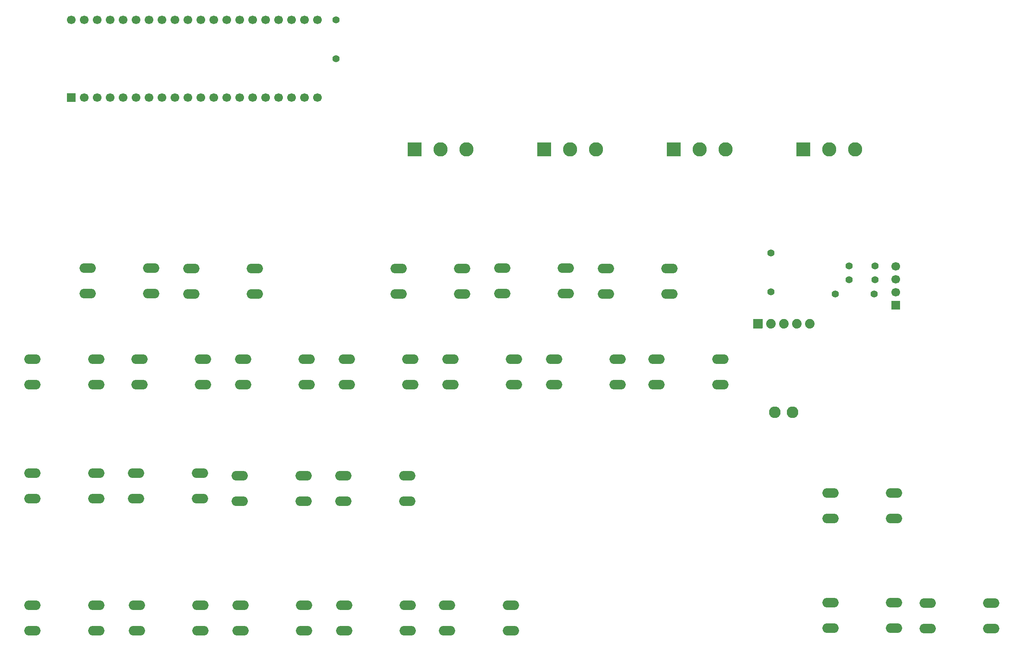
<source format=gbr>
%TF.GenerationSoftware,KiCad,Pcbnew,9.0.2*%
%TF.CreationDate,2025-07-13T09:31:29-04:00*%
%TF.ProjectId,Brizachord,4272697a-6163-4686-9f72-642e6b696361,0*%
%TF.SameCoordinates,Original*%
%TF.FileFunction,Soldermask,Bot*%
%TF.FilePolarity,Negative*%
%FSLAX46Y46*%
G04 Gerber Fmt 4.6, Leading zero omitted, Abs format (unit mm)*
G04 Created by KiCad (PCBNEW 9.0.2) date 2025-07-13 09:31:29*
%MOMM*%
%LPD*%
G01*
G04 APERTURE LIST*
G04 Aperture macros list*
%AMRoundRect*
0 Rectangle with rounded corners*
0 $1 Rounding radius*
0 $2 $3 $4 $5 $6 $7 $8 $9 X,Y pos of 4 corners*
0 Add a 4 corners polygon primitive as box body*
4,1,4,$2,$3,$4,$5,$6,$7,$8,$9,$2,$3,0*
0 Add four circle primitives for the rounded corners*
1,1,$1+$1,$2,$3*
1,1,$1+$1,$4,$5*
1,1,$1+$1,$6,$7*
1,1,$1+$1,$8,$9*
0 Add four rect primitives between the rounded corners*
20,1,$1+$1,$2,$3,$4,$5,0*
20,1,$1+$1,$4,$5,$6,$7,0*
20,1,$1+$1,$6,$7,$8,$9,0*
20,1,$1+$1,$8,$9,$2,$3,0*%
G04 Aperture macros list end*
%ADD10C,2.800000*%
%ADD11R,2.800000X2.800000*%
%ADD12O,3.200000X1.900000*%
%ADD13R,1.700000X1.700000*%
%ADD14C,1.700000*%
%ADD15C,1.400000*%
%ADD16RoundRect,0.050800X0.889000X-0.889000X0.889000X0.889000X-0.889000X0.889000X-0.889000X-0.889000X0*%
%ADD17C,1.879600*%
%ADD18C,2.286000*%
G04 APERTURE END LIST*
D10*
%TO.C,POT_STRUMVOL1*%
X187960000Y-55340000D03*
X182880000Y-55340000D03*
D11*
X177800000Y-55340000D03*
%TD*%
D12*
%TO.C,SWAb1*%
X131230000Y-83600000D03*
X118730000Y-83600000D03*
X131230000Y-78600000D03*
X118730000Y-78600000D03*
%TD*%
D13*
%TO.C,TrillBar1*%
X195896274Y-85895387D03*
D14*
X195896274Y-83355387D03*
X195896274Y-80815387D03*
X195896274Y-78275387D03*
%TD*%
%TO.C,A1*%
X72390000Y-45180000D03*
D13*
X34290000Y-45180000D03*
D14*
X36830000Y-45180000D03*
X39370000Y-45180000D03*
X41910000Y-45180000D03*
X44450000Y-45180000D03*
X46990000Y-45180000D03*
X49530000Y-45180000D03*
X52070000Y-45180000D03*
X54610000Y-45180000D03*
X57150000Y-45180000D03*
X59690000Y-45180000D03*
X62230000Y-45180000D03*
X64770000Y-45180000D03*
X67310000Y-45180000D03*
X69850000Y-45180000D03*
X74930000Y-45180000D03*
X77470000Y-45180000D03*
X80010000Y-45180000D03*
X82550000Y-45180000D03*
X82550000Y-29940000D03*
X80010000Y-29940000D03*
X77470000Y-29940000D03*
X74930000Y-29940000D03*
X72390000Y-29940000D03*
X69850000Y-29940000D03*
X67310000Y-29940000D03*
X64770000Y-29940000D03*
X62230000Y-29940000D03*
X59690000Y-29940000D03*
X57150000Y-29940000D03*
X54610000Y-29940000D03*
X52070000Y-29940000D03*
X49530000Y-29940000D03*
X46990000Y-29940000D03*
X44450000Y-29940000D03*
X41910000Y-29940000D03*
X39370000Y-29940000D03*
X36830000Y-29940000D03*
X34290000Y-29940000D03*
%TD*%
D12*
%TO.C,SWF1*%
X100750000Y-101460000D03*
X88250000Y-101460000D03*
X100750000Y-96460000D03*
X88250000Y-96460000D03*
%TD*%
%TO.C,SWD1*%
X60110000Y-101460000D03*
X47610000Y-101460000D03*
X60110000Y-96460000D03*
X47610000Y-96460000D03*
%TD*%
%TO.C,SWQ_MIN1*%
X59490000Y-123840000D03*
X46990000Y-123840000D03*
X59490000Y-118840000D03*
X46990000Y-118840000D03*
%TD*%
%TO.C,SWDb1*%
X49950000Y-83600000D03*
X37450000Y-83600000D03*
X49950000Y-78600000D03*
X37450000Y-78600000D03*
%TD*%
%TO.C,SWBb1*%
X151550000Y-83680000D03*
X139050000Y-83680000D03*
X151550000Y-78680000D03*
X139050000Y-78680000D03*
%TD*%
%TO.C,SWB1*%
X161510000Y-101460000D03*
X149010000Y-101460000D03*
X161510000Y-96460000D03*
X149010000Y-96460000D03*
%TD*%
%TO.C,SWQ_DIM1*%
X100130000Y-124320000D03*
X87630000Y-124320000D03*
X100130000Y-119320000D03*
X87630000Y-119320000D03*
%TD*%
D11*
%TO.C,POT_CHORDVOL1*%
X152400000Y-55340000D03*
D10*
X157480000Y-55340000D03*
X162560000Y-55340000D03*
%TD*%
D12*
%TO.C,SWC1*%
X39170000Y-101460000D03*
X26670000Y-101460000D03*
X39170000Y-96460000D03*
X26670000Y-96460000D03*
%TD*%
%TO.C,SWG1*%
X121070000Y-101460000D03*
X108570000Y-101460000D03*
X121070000Y-96460000D03*
X108570000Y-96460000D03*
%TD*%
%TO.C,SWE_TRI1*%
X39170000Y-149720000D03*
X26670000Y-149720000D03*
X39170000Y-144720000D03*
X26670000Y-144720000D03*
%TD*%
D15*
%TO.C,PULLUP_SDA1*%
X186763758Y-80864745D03*
X191843758Y-80864745D03*
%TD*%
D16*
%TO.C,PAM1*%
X168910000Y-89503000D03*
D17*
X171450000Y-89503000D03*
X173990000Y-89503000D03*
X179070000Y-89503000D03*
X176530000Y-89503000D03*
D18*
X175663000Y-106902000D03*
X172163000Y-106902000D03*
%TD*%
D12*
%TO.C,SWQ_AUG1*%
X79810000Y-124320000D03*
X67310000Y-124320000D03*
X79810000Y-119320000D03*
X67310000Y-119320000D03*
%TD*%
%TO.C,SWE1*%
X80430000Y-101460000D03*
X67930000Y-101460000D03*
X80430000Y-96460000D03*
X67930000Y-96460000D03*
%TD*%
%TO.C,SWE_11th1*%
X120450000Y-149720000D03*
X107950000Y-149720000D03*
X120450000Y-144720000D03*
X107950000Y-144720000D03*
%TD*%
%TO.C,SWE_6th1*%
X59590000Y-149720000D03*
X47090000Y-149720000D03*
X59590000Y-144720000D03*
X47090000Y-144720000D03*
%TD*%
%TO.C,SWE_7th1*%
X79910000Y-149720000D03*
X67410000Y-149720000D03*
X79910000Y-144720000D03*
X67410000Y-144720000D03*
%TD*%
%TO.C,SWGb1*%
X110910000Y-83680000D03*
X98410000Y-83680000D03*
X110910000Y-78680000D03*
X98410000Y-78680000D03*
%TD*%
%TO.C,SWPS_R1*%
X214630000Y-149320000D03*
X202130000Y-149320000D03*
X214630000Y-144320000D03*
X202130000Y-144320000D03*
%TD*%
%TO.C,SWA1*%
X141390000Y-101460000D03*
X128890000Y-101460000D03*
X141390000Y-96460000D03*
X128890000Y-96460000D03*
%TD*%
%TO.C,SWQ_MAJ1*%
X39170000Y-123840000D03*
X26670000Y-123840000D03*
X39170000Y-118840000D03*
X26670000Y-118840000D03*
%TD*%
D15*
%TO.C,C_BULK1*%
X86160000Y-37560000D03*
X86160000Y-29940000D03*
%TD*%
%TO.C,PULLUP_SCL1*%
X191786332Y-78188714D03*
X186706332Y-78188714D03*
%TD*%
D12*
%TO.C,SWEb1*%
X70270000Y-83680000D03*
X57770000Y-83680000D03*
X70270000Y-78680000D03*
X57770000Y-78680000D03*
%TD*%
D11*
%TO.C,POT_DRUMVOL1*%
X127000000Y-55340000D03*
D10*
X132080000Y-55340000D03*
X137160000Y-55340000D03*
%TD*%
D12*
%TO.C,SW_GRVTGL1*%
X195580000Y-127730000D03*
X183080000Y-127730000D03*
X195580000Y-122730000D03*
X183080000Y-122730000D03*
%TD*%
%TO.C,SWE_9th1*%
X100230000Y-149720000D03*
X87730000Y-149720000D03*
X100230000Y-144720000D03*
X87730000Y-144720000D03*
%TD*%
%TO.C,SWPS_L1*%
X195580000Y-149240000D03*
X183080000Y-149240000D03*
X195580000Y-144240000D03*
X183080000Y-144240000D03*
%TD*%
D15*
%TO.C,DECOUP_TRILL1*%
X191677636Y-83711601D03*
X184057636Y-83711601D03*
%TD*%
%TO.C,DECOUP_AMP1*%
X171450000Y-83280000D03*
X171450000Y-75660000D03*
%TD*%
D11*
%TO.C,POT_BPM1*%
X101600000Y-55340000D03*
D10*
X106680000Y-55340000D03*
X111760000Y-55340000D03*
%TD*%
M02*

</source>
